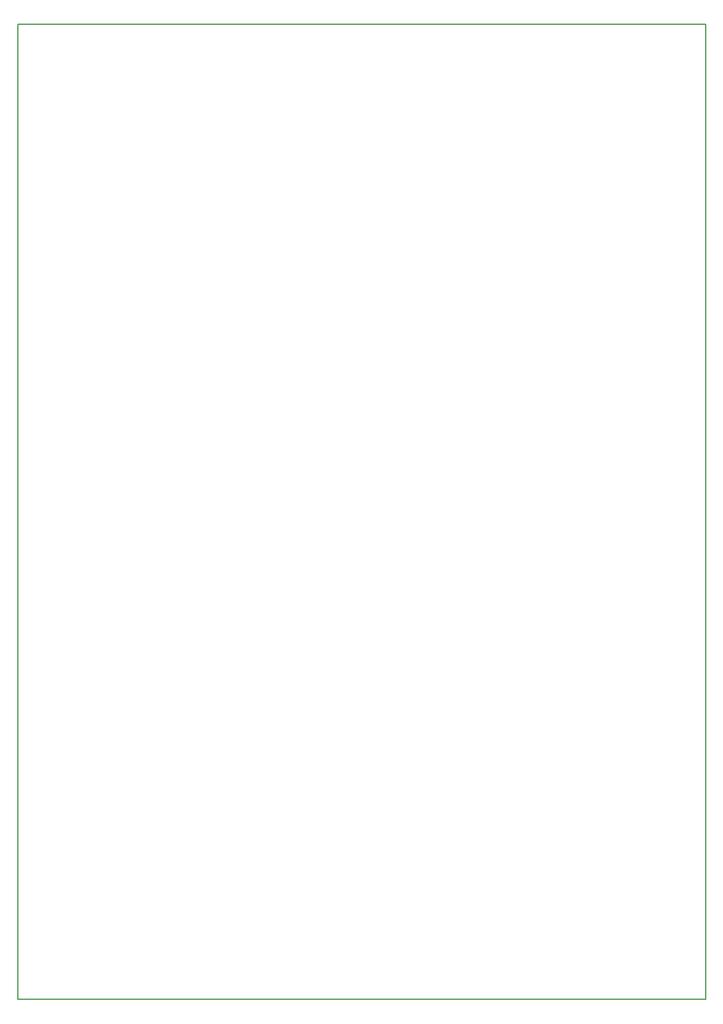
<source format=gko>
%FSTAX23Y23*%
%MOIN*%
%SFA1B1*%

%IPPOS*%
%ADD18C,0.005000*%
%LNpch_mainboard-1*%
%LPD*%
G54D18*
X0Y0D02*
Y05635D01*
X0398*
Y0*
X0*
M02*
</source>
